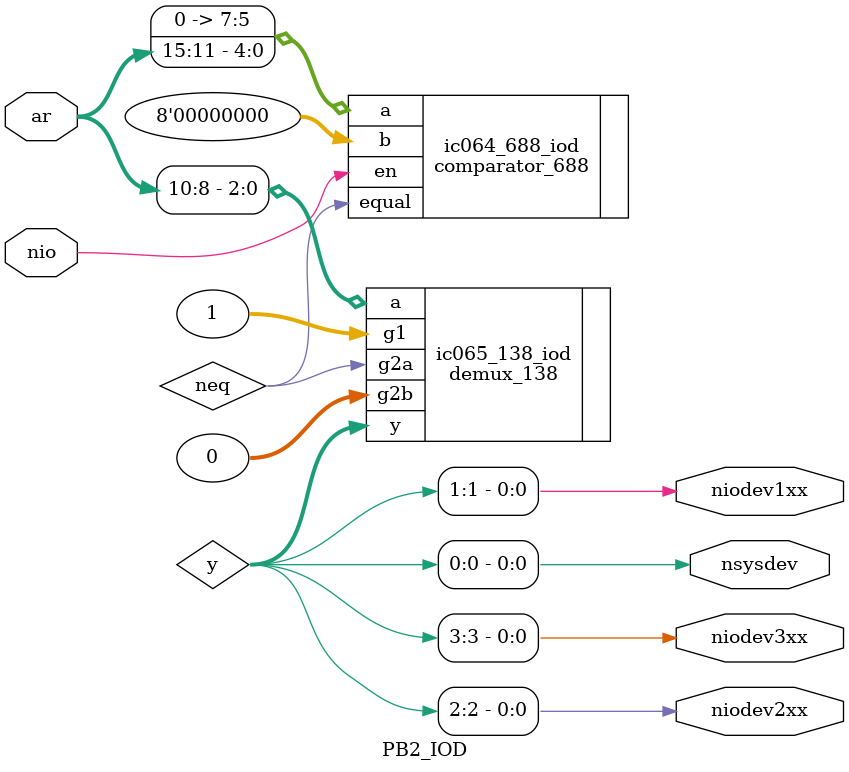
<source format=v>

`include "counter.v"
`include "buffer.v"
`include "vibrator.v"
`include "demux.v"
`include "flipflop.v"
`include "mux.v"
`include "comparator.v"

`timescale 1ns/1ps



// The IOD used to be driven from the Address Bus. It is now driven directly by
// the unbuffered, un-tristated AR. This makes it transition faster by one '541
// propagation delay period (approximately 10 ns). On the downside, if another
// device is mastering the bus, it would have to provide its own I/O decoding
// to drive devices on the bus. Since the CFT doesn't currently support bus
// mastering, this isn't a big deal.

module PB2_IOD(nio, /*naben, */ ar,
			     nsysdev, niodev1xx, niodev2xx, niodev3xx);
   input 	nio;
   //input 	naben;
   input [15:0] ar;

   output 	nsysdev;
   output 	niodev1xx;
   output 	niodev2xx;
   output 	niodev3xx;

   wire 	neq;

   comparator_688 ic064_688_iod(.a({3'b000, ar[15:11]}),
				.b(8'b00000000),
				.en(nio),
				.equal(neq));

   wire [7:0] 	y;
   // The G2B enable was driven by ABEN#, which is asserted when either IO# or
   // MEM# are asserted. This is pointless: the '688 already asserts when and
   // only when IO# is asserted so the IO# check is subsumed. This makes the
   // circuit faster.
   demux_138 ic065_138_iod(.g1(1), .g2a(neq), .g2b(/*naben*/0),
			   .a(ar[10:8]), .y(y));

   assign nsysdev = y[0];
   assign niodev1xx = y[1];
   assign niodev2xx = y[2];
   assign niodev3xx = y[3];

endmodule // PB2_IOD


// End of file.

</source>
